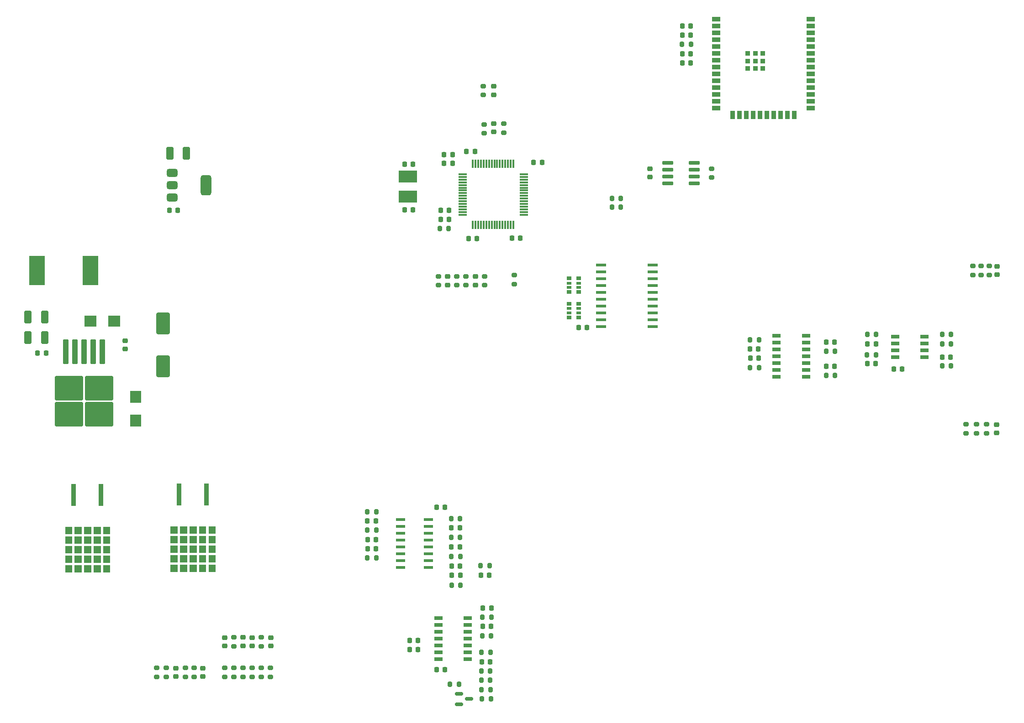
<source format=gtp>
G04 #@! TF.GenerationSoftware,KiCad,Pcbnew,8.0.3*
G04 #@! TF.CreationDate,2024-08-06T18:59:45+01:00*
G04 #@! TF.ProjectId,Tesla Small Drive,5465736c-6120-4536-9d61-6c6c20447269,rev?*
G04 #@! TF.SameCoordinates,Original*
G04 #@! TF.FileFunction,Paste,Top*
G04 #@! TF.FilePolarity,Positive*
%FSLAX46Y46*%
G04 Gerber Fmt 4.6, Leading zero omitted, Abs format (unit mm)*
G04 Created by KiCad (PCBNEW 8.0.3) date 2024-08-06 18:59:45*
%MOMM*%
%LPD*%
G01*
G04 APERTURE LIST*
G04 Aperture macros list*
%AMRoundRect*
0 Rectangle with rounded corners*
0 $1 Rounding radius*
0 $2 $3 $4 $5 $6 $7 $8 $9 X,Y pos of 4 corners*
0 Add a 4 corners polygon primitive as box body*
4,1,4,$2,$3,$4,$5,$6,$7,$8,$9,$2,$3,0*
0 Add four circle primitives for the rounded corners*
1,1,$1+$1,$2,$3*
1,1,$1+$1,$4,$5*
1,1,$1+$1,$6,$7*
1,1,$1+$1,$8,$9*
0 Add four rect primitives between the rounded corners*
20,1,$1+$1,$2,$3,$4,$5,0*
20,1,$1+$1,$4,$5,$6,$7,0*
20,1,$1+$1,$6,$7,$8,$9,0*
20,1,$1+$1,$8,$9,$2,$3,0*%
G04 Aperture macros list end*
%ADD10C,0.010000*%
%ADD11RoundRect,0.225000X0.225000X0.250000X-0.225000X0.250000X-0.225000X-0.250000X0.225000X-0.250000X0*%
%ADD12R,0.940000X4.070000*%
%ADD13RoundRect,0.200000X-0.275000X0.200000X-0.275000X-0.200000X0.275000X-0.200000X0.275000X0.200000X0*%
%ADD14RoundRect,0.200000X0.275000X-0.200000X0.275000X0.200000X-0.275000X0.200000X-0.275000X-0.200000X0*%
%ADD15RoundRect,0.200000X-0.200000X-0.275000X0.200000X-0.275000X0.200000X0.275000X-0.200000X0.275000X0*%
%ADD16RoundRect,0.225000X-0.225000X-0.250000X0.225000X-0.250000X0.225000X0.250000X-0.225000X0.250000X0*%
%ADD17RoundRect,0.225000X0.250000X-0.225000X0.250000X0.225000X-0.250000X0.225000X-0.250000X-0.225000X0*%
%ADD18RoundRect,0.200000X0.200000X0.275000X-0.200000X0.275000X-0.200000X-0.275000X0.200000X-0.275000X0*%
%ADD19RoundRect,0.150000X-0.587500X-0.150000X0.587500X-0.150000X0.587500X0.150000X-0.587500X0.150000X0*%
%ADD20RoundRect,0.225000X-0.250000X0.225000X-0.250000X-0.225000X0.250000X-0.225000X0.250000X0.225000X0*%
%ADD21R,1.550000X0.700000*%
%ADD22RoundRect,0.060000X0.890000X0.180000X-0.890000X0.180000X-0.890000X-0.180000X0.890000X-0.180000X0*%
%ADD23RoundRect,0.250000X-0.300000X2.050000X-0.300000X-2.050000X0.300000X-2.050000X0.300000X2.050000X0*%
%ADD24RoundRect,0.250000X-2.375000X2.025000X-2.375000X-2.025000X2.375000X-2.025000X2.375000X2.025000X0*%
%ADD25R,1.528000X0.650000*%
%ADD26RoundRect,0.250000X0.412500X0.925000X-0.412500X0.925000X-0.412500X-0.925000X0.412500X-0.925000X0*%
%ADD27RoundRect,0.075000X-0.910000X-0.225000X0.910000X-0.225000X0.910000X0.225000X-0.910000X0.225000X0*%
%ADD28R,2.900000X5.400000*%
%ADD29RoundRect,0.073750X-0.801250X-0.221250X0.801250X-0.221250X0.801250X0.221250X-0.801250X0.221250X0*%
%ADD30R,3.400000X2.250000*%
%ADD31R,2.200000X2.150000*%
%ADD32R,1.500000X0.900000*%
%ADD33R,0.900000X1.500000*%
%ADD34R,0.900000X0.900000*%
%ADD35RoundRect,0.218750X0.256250X-0.218750X0.256250X0.218750X-0.256250X0.218750X-0.256250X-0.218750X0*%
%ADD36RoundRect,0.375000X-0.625000X-0.375000X0.625000X-0.375000X0.625000X0.375000X-0.625000X0.375000X0*%
%ADD37RoundRect,0.500000X-0.500000X-1.400000X0.500000X-1.400000X0.500000X1.400000X-0.500000X1.400000X0*%
%ADD38R,0.940000X0.680000*%
%ADD39R,0.940000X0.530000*%
%ADD40RoundRect,0.250000X1.000000X-1.750000X1.000000X1.750000X-1.000000X1.750000X-1.000000X-1.750000X0*%
%ADD41RoundRect,0.075000X-0.700000X-0.075000X0.700000X-0.075000X0.700000X0.075000X-0.700000X0.075000X0*%
%ADD42RoundRect,0.075000X-0.075000X-0.700000X0.075000X-0.700000X0.075000X0.700000X-0.075000X0.700000X0*%
%ADD43RoundRect,0.218750X-0.218750X-0.256250X0.218750X-0.256250X0.218750X0.256250X-0.218750X0.256250X0*%
%ADD44R,2.150000X2.200000*%
G04 APERTURE END LIST*
D10*
G04 #@! TO.C,U5*
X60660000Y-135945000D02*
X59420000Y-135945000D01*
X59420000Y-134675000D01*
X60660000Y-134675000D01*
X60660000Y-135945000D01*
G36*
X60660000Y-135945000D02*
G01*
X59420000Y-135945000D01*
X59420000Y-134675000D01*
X60660000Y-134675000D01*
X60660000Y-135945000D01*
G37*
X60660000Y-137735000D02*
X59420000Y-137735000D01*
X59420000Y-136465000D01*
X60660000Y-136465000D01*
X60660000Y-137735000D01*
G36*
X60660000Y-137735000D02*
G01*
X59420000Y-137735000D01*
X59420000Y-136465000D01*
X60660000Y-136465000D01*
X60660000Y-137735000D01*
G37*
X60660000Y-139525000D02*
X59420000Y-139525000D01*
X59420000Y-138255000D01*
X60660000Y-138255000D01*
X60660000Y-139525000D01*
G36*
X60660000Y-139525000D02*
G01*
X59420000Y-139525000D01*
X59420000Y-138255000D01*
X60660000Y-138255000D01*
X60660000Y-139525000D01*
G37*
X60660000Y-141315000D02*
X59420000Y-141315000D01*
X59420000Y-140045000D01*
X60660000Y-140045000D01*
X60660000Y-141315000D01*
G36*
X60660000Y-141315000D02*
G01*
X59420000Y-141315000D01*
X59420000Y-140045000D01*
X60660000Y-140045000D01*
X60660000Y-141315000D01*
G37*
X60660000Y-143105000D02*
X59420000Y-143105000D01*
X59420000Y-141835000D01*
X60660000Y-141835000D01*
X60660000Y-143105000D01*
G36*
X60660000Y-143105000D02*
G01*
X59420000Y-143105000D01*
X59420000Y-141835000D01*
X60660000Y-141835000D01*
X60660000Y-143105000D01*
G37*
X62420000Y-135945000D02*
X61180000Y-135945000D01*
X61180000Y-134675000D01*
X62420000Y-134675000D01*
X62420000Y-135945000D01*
G36*
X62420000Y-135945000D02*
G01*
X61180000Y-135945000D01*
X61180000Y-134675000D01*
X62420000Y-134675000D01*
X62420000Y-135945000D01*
G37*
X62420000Y-137735000D02*
X61180000Y-137735000D01*
X61180000Y-136465000D01*
X62420000Y-136465000D01*
X62420000Y-137735000D01*
G36*
X62420000Y-137735000D02*
G01*
X61180000Y-137735000D01*
X61180000Y-136465000D01*
X62420000Y-136465000D01*
X62420000Y-137735000D01*
G37*
X62420000Y-139525000D02*
X61180000Y-139525000D01*
X61180000Y-138255000D01*
X62420000Y-138255000D01*
X62420000Y-139525000D01*
G36*
X62420000Y-139525000D02*
G01*
X61180000Y-139525000D01*
X61180000Y-138255000D01*
X62420000Y-138255000D01*
X62420000Y-139525000D01*
G37*
X62420000Y-141315000D02*
X61180000Y-141315000D01*
X61180000Y-140045000D01*
X62420000Y-140045000D01*
X62420000Y-141315000D01*
G36*
X62420000Y-141315000D02*
G01*
X61180000Y-141315000D01*
X61180000Y-140045000D01*
X62420000Y-140045000D01*
X62420000Y-141315000D01*
G37*
X62420000Y-143105000D02*
X61180000Y-143105000D01*
X61180000Y-141835000D01*
X62420000Y-141835000D01*
X62420000Y-143105000D01*
G36*
X62420000Y-143105000D02*
G01*
X61180000Y-143105000D01*
X61180000Y-141835000D01*
X62420000Y-141835000D01*
X62420000Y-143105000D01*
G37*
X64180000Y-135945000D02*
X62940000Y-135945000D01*
X62940000Y-134675000D01*
X64180000Y-134675000D01*
X64180000Y-135945000D01*
G36*
X64180000Y-135945000D02*
G01*
X62940000Y-135945000D01*
X62940000Y-134675000D01*
X64180000Y-134675000D01*
X64180000Y-135945000D01*
G37*
X64180000Y-137735000D02*
X62940000Y-137735000D01*
X62940000Y-136465000D01*
X64180000Y-136465000D01*
X64180000Y-137735000D01*
G36*
X64180000Y-137735000D02*
G01*
X62940000Y-137735000D01*
X62940000Y-136465000D01*
X64180000Y-136465000D01*
X64180000Y-137735000D01*
G37*
X64180000Y-139525000D02*
X62940000Y-139525000D01*
X62940000Y-138255000D01*
X64180000Y-138255000D01*
X64180000Y-139525000D01*
G36*
X64180000Y-139525000D02*
G01*
X62940000Y-139525000D01*
X62940000Y-138255000D01*
X64180000Y-138255000D01*
X64180000Y-139525000D01*
G37*
X64180000Y-141315000D02*
X62940000Y-141315000D01*
X62940000Y-140045000D01*
X64180000Y-140045000D01*
X64180000Y-141315000D01*
G36*
X64180000Y-141315000D02*
G01*
X62940000Y-141315000D01*
X62940000Y-140045000D01*
X64180000Y-140045000D01*
X64180000Y-141315000D01*
G37*
X64180000Y-143105000D02*
X62940000Y-143105000D01*
X62940000Y-141835000D01*
X64180000Y-141835000D01*
X64180000Y-143105000D01*
G36*
X64180000Y-143105000D02*
G01*
X62940000Y-143105000D01*
X62940000Y-141835000D01*
X64180000Y-141835000D01*
X64180000Y-143105000D01*
G37*
X65940000Y-135945000D02*
X64700000Y-135945000D01*
X64700000Y-134675000D01*
X65940000Y-134675000D01*
X65940000Y-135945000D01*
G36*
X65940000Y-135945000D02*
G01*
X64700000Y-135945000D01*
X64700000Y-134675000D01*
X65940000Y-134675000D01*
X65940000Y-135945000D01*
G37*
X65940000Y-137735000D02*
X64700000Y-137735000D01*
X64700000Y-136465000D01*
X65940000Y-136465000D01*
X65940000Y-137735000D01*
G36*
X65940000Y-137735000D02*
G01*
X64700000Y-137735000D01*
X64700000Y-136465000D01*
X65940000Y-136465000D01*
X65940000Y-137735000D01*
G37*
X65940000Y-139525000D02*
X64700000Y-139525000D01*
X64700000Y-138255000D01*
X65940000Y-138255000D01*
X65940000Y-139525000D01*
G36*
X65940000Y-139525000D02*
G01*
X64700000Y-139525000D01*
X64700000Y-138255000D01*
X65940000Y-138255000D01*
X65940000Y-139525000D01*
G37*
X65940000Y-141315000D02*
X64700000Y-141315000D01*
X64700000Y-140045000D01*
X65940000Y-140045000D01*
X65940000Y-141315000D01*
G36*
X65940000Y-141315000D02*
G01*
X64700000Y-141315000D01*
X64700000Y-140045000D01*
X65940000Y-140045000D01*
X65940000Y-141315000D01*
G37*
X65940000Y-143105000D02*
X64700000Y-143105000D01*
X64700000Y-141835000D01*
X65940000Y-141835000D01*
X65940000Y-143105000D01*
G36*
X65940000Y-143105000D02*
G01*
X64700000Y-143105000D01*
X64700000Y-141835000D01*
X65940000Y-141835000D01*
X65940000Y-143105000D01*
G37*
X67700000Y-135945000D02*
X66460000Y-135945000D01*
X66460000Y-134675000D01*
X67700000Y-134675000D01*
X67700000Y-135945000D01*
G36*
X67700000Y-135945000D02*
G01*
X66460000Y-135945000D01*
X66460000Y-134675000D01*
X67700000Y-134675000D01*
X67700000Y-135945000D01*
G37*
X67700000Y-137735000D02*
X66460000Y-137735000D01*
X66460000Y-136465000D01*
X67700000Y-136465000D01*
X67700000Y-137735000D01*
G36*
X67700000Y-137735000D02*
G01*
X66460000Y-137735000D01*
X66460000Y-136465000D01*
X67700000Y-136465000D01*
X67700000Y-137735000D01*
G37*
X67700000Y-139525000D02*
X66460000Y-139525000D01*
X66460000Y-138255000D01*
X67700000Y-138255000D01*
X67700000Y-139525000D01*
G36*
X67700000Y-139525000D02*
G01*
X66460000Y-139525000D01*
X66460000Y-138255000D01*
X67700000Y-138255000D01*
X67700000Y-139525000D01*
G37*
X67700000Y-141315000D02*
X66460000Y-141315000D01*
X66460000Y-140045000D01*
X67700000Y-140045000D01*
X67700000Y-141315000D01*
G36*
X67700000Y-141315000D02*
G01*
X66460000Y-141315000D01*
X66460000Y-140045000D01*
X67700000Y-140045000D01*
X67700000Y-141315000D01*
G37*
X67700000Y-143105000D02*
X66460000Y-143105000D01*
X66460000Y-141835000D01*
X67700000Y-141835000D01*
X67700000Y-143105000D01*
G36*
X67700000Y-143105000D02*
G01*
X66460000Y-143105000D01*
X66460000Y-141835000D01*
X67700000Y-141835000D01*
X67700000Y-143105000D01*
G37*
G04 #@! TO.C,U6*
X80200000Y-135855000D02*
X78960000Y-135855000D01*
X78960000Y-134585000D01*
X80200000Y-134585000D01*
X80200000Y-135855000D01*
G36*
X80200000Y-135855000D02*
G01*
X78960000Y-135855000D01*
X78960000Y-134585000D01*
X80200000Y-134585000D01*
X80200000Y-135855000D01*
G37*
X80200000Y-137645000D02*
X78960000Y-137645000D01*
X78960000Y-136375000D01*
X80200000Y-136375000D01*
X80200000Y-137645000D01*
G36*
X80200000Y-137645000D02*
G01*
X78960000Y-137645000D01*
X78960000Y-136375000D01*
X80200000Y-136375000D01*
X80200000Y-137645000D01*
G37*
X80200000Y-139435000D02*
X78960000Y-139435000D01*
X78960000Y-138165000D01*
X80200000Y-138165000D01*
X80200000Y-139435000D01*
G36*
X80200000Y-139435000D02*
G01*
X78960000Y-139435000D01*
X78960000Y-138165000D01*
X80200000Y-138165000D01*
X80200000Y-139435000D01*
G37*
X80200000Y-141225000D02*
X78960000Y-141225000D01*
X78960000Y-139955000D01*
X80200000Y-139955000D01*
X80200000Y-141225000D01*
G36*
X80200000Y-141225000D02*
G01*
X78960000Y-141225000D01*
X78960000Y-139955000D01*
X80200000Y-139955000D01*
X80200000Y-141225000D01*
G37*
X80200000Y-143015000D02*
X78960000Y-143015000D01*
X78960000Y-141745000D01*
X80200000Y-141745000D01*
X80200000Y-143015000D01*
G36*
X80200000Y-143015000D02*
G01*
X78960000Y-143015000D01*
X78960000Y-141745000D01*
X80200000Y-141745000D01*
X80200000Y-143015000D01*
G37*
X81960000Y-135855000D02*
X80720000Y-135855000D01*
X80720000Y-134585000D01*
X81960000Y-134585000D01*
X81960000Y-135855000D01*
G36*
X81960000Y-135855000D02*
G01*
X80720000Y-135855000D01*
X80720000Y-134585000D01*
X81960000Y-134585000D01*
X81960000Y-135855000D01*
G37*
X81960000Y-137645000D02*
X80720000Y-137645000D01*
X80720000Y-136375000D01*
X81960000Y-136375000D01*
X81960000Y-137645000D01*
G36*
X81960000Y-137645000D02*
G01*
X80720000Y-137645000D01*
X80720000Y-136375000D01*
X81960000Y-136375000D01*
X81960000Y-137645000D01*
G37*
X81960000Y-139435000D02*
X80720000Y-139435000D01*
X80720000Y-138165000D01*
X81960000Y-138165000D01*
X81960000Y-139435000D01*
G36*
X81960000Y-139435000D02*
G01*
X80720000Y-139435000D01*
X80720000Y-138165000D01*
X81960000Y-138165000D01*
X81960000Y-139435000D01*
G37*
X81960000Y-141225000D02*
X80720000Y-141225000D01*
X80720000Y-139955000D01*
X81960000Y-139955000D01*
X81960000Y-141225000D01*
G36*
X81960000Y-141225000D02*
G01*
X80720000Y-141225000D01*
X80720000Y-139955000D01*
X81960000Y-139955000D01*
X81960000Y-141225000D01*
G37*
X81960000Y-143015000D02*
X80720000Y-143015000D01*
X80720000Y-141745000D01*
X81960000Y-141745000D01*
X81960000Y-143015000D01*
G36*
X81960000Y-143015000D02*
G01*
X80720000Y-143015000D01*
X80720000Y-141745000D01*
X81960000Y-141745000D01*
X81960000Y-143015000D01*
G37*
X83720000Y-135855000D02*
X82480000Y-135855000D01*
X82480000Y-134585000D01*
X83720000Y-134585000D01*
X83720000Y-135855000D01*
G36*
X83720000Y-135855000D02*
G01*
X82480000Y-135855000D01*
X82480000Y-134585000D01*
X83720000Y-134585000D01*
X83720000Y-135855000D01*
G37*
X83720000Y-137645000D02*
X82480000Y-137645000D01*
X82480000Y-136375000D01*
X83720000Y-136375000D01*
X83720000Y-137645000D01*
G36*
X83720000Y-137645000D02*
G01*
X82480000Y-137645000D01*
X82480000Y-136375000D01*
X83720000Y-136375000D01*
X83720000Y-137645000D01*
G37*
X83720000Y-139435000D02*
X82480000Y-139435000D01*
X82480000Y-138165000D01*
X83720000Y-138165000D01*
X83720000Y-139435000D01*
G36*
X83720000Y-139435000D02*
G01*
X82480000Y-139435000D01*
X82480000Y-138165000D01*
X83720000Y-138165000D01*
X83720000Y-139435000D01*
G37*
X83720000Y-141225000D02*
X82480000Y-141225000D01*
X82480000Y-139955000D01*
X83720000Y-139955000D01*
X83720000Y-141225000D01*
G36*
X83720000Y-141225000D02*
G01*
X82480000Y-141225000D01*
X82480000Y-139955000D01*
X83720000Y-139955000D01*
X83720000Y-141225000D01*
G37*
X83720000Y-143015000D02*
X82480000Y-143015000D01*
X82480000Y-141745000D01*
X83720000Y-141745000D01*
X83720000Y-143015000D01*
G36*
X83720000Y-143015000D02*
G01*
X82480000Y-143015000D01*
X82480000Y-141745000D01*
X83720000Y-141745000D01*
X83720000Y-143015000D01*
G37*
X85480000Y-135855000D02*
X84240000Y-135855000D01*
X84240000Y-134585000D01*
X85480000Y-134585000D01*
X85480000Y-135855000D01*
G36*
X85480000Y-135855000D02*
G01*
X84240000Y-135855000D01*
X84240000Y-134585000D01*
X85480000Y-134585000D01*
X85480000Y-135855000D01*
G37*
X85480000Y-137645000D02*
X84240000Y-137645000D01*
X84240000Y-136375000D01*
X85480000Y-136375000D01*
X85480000Y-137645000D01*
G36*
X85480000Y-137645000D02*
G01*
X84240000Y-137645000D01*
X84240000Y-136375000D01*
X85480000Y-136375000D01*
X85480000Y-137645000D01*
G37*
X85480000Y-139435000D02*
X84240000Y-139435000D01*
X84240000Y-138165000D01*
X85480000Y-138165000D01*
X85480000Y-139435000D01*
G36*
X85480000Y-139435000D02*
G01*
X84240000Y-139435000D01*
X84240000Y-138165000D01*
X85480000Y-138165000D01*
X85480000Y-139435000D01*
G37*
X85480000Y-141225000D02*
X84240000Y-141225000D01*
X84240000Y-139955000D01*
X85480000Y-139955000D01*
X85480000Y-141225000D01*
G36*
X85480000Y-141225000D02*
G01*
X84240000Y-141225000D01*
X84240000Y-139955000D01*
X85480000Y-139955000D01*
X85480000Y-141225000D01*
G37*
X85480000Y-143015000D02*
X84240000Y-143015000D01*
X84240000Y-141745000D01*
X85480000Y-141745000D01*
X85480000Y-143015000D01*
G36*
X85480000Y-143015000D02*
G01*
X84240000Y-143015000D01*
X84240000Y-141745000D01*
X85480000Y-141745000D01*
X85480000Y-143015000D01*
G37*
X87240000Y-135855000D02*
X86000000Y-135855000D01*
X86000000Y-134585000D01*
X87240000Y-134585000D01*
X87240000Y-135855000D01*
G36*
X87240000Y-135855000D02*
G01*
X86000000Y-135855000D01*
X86000000Y-134585000D01*
X87240000Y-134585000D01*
X87240000Y-135855000D01*
G37*
X87240000Y-137645000D02*
X86000000Y-137645000D01*
X86000000Y-136375000D01*
X87240000Y-136375000D01*
X87240000Y-137645000D01*
G36*
X87240000Y-137645000D02*
G01*
X86000000Y-137645000D01*
X86000000Y-136375000D01*
X87240000Y-136375000D01*
X87240000Y-137645000D01*
G37*
X87240000Y-139435000D02*
X86000000Y-139435000D01*
X86000000Y-138165000D01*
X87240000Y-138165000D01*
X87240000Y-139435000D01*
G36*
X87240000Y-139435000D02*
G01*
X86000000Y-139435000D01*
X86000000Y-138165000D01*
X87240000Y-138165000D01*
X87240000Y-139435000D01*
G37*
X87240000Y-141225000D02*
X86000000Y-141225000D01*
X86000000Y-139955000D01*
X87240000Y-139955000D01*
X87240000Y-141225000D01*
G36*
X87240000Y-141225000D02*
G01*
X86000000Y-141225000D01*
X86000000Y-139955000D01*
X87240000Y-139955000D01*
X87240000Y-141225000D01*
G37*
X87240000Y-143015000D02*
X86000000Y-143015000D01*
X86000000Y-141745000D01*
X87240000Y-141745000D01*
X87240000Y-143015000D01*
G36*
X87240000Y-143015000D02*
G01*
X86000000Y-143015000D01*
X86000000Y-141745000D01*
X87240000Y-141745000D01*
X87240000Y-143015000D01*
G37*
G04 #@! TD*
D11*
G04 #@! TO.C,C50*
X175375000Y-48550000D03*
X173825000Y-48550000D03*
G04 #@! TD*
D12*
G04 #@! TO.C,U5*
X66100000Y-128800000D03*
X61020000Y-128800000D03*
G04 #@! TD*
D13*
G04 #@! TO.C,R55*
X83300000Y-160875000D03*
X83300000Y-162525000D03*
G04 #@! TD*
D11*
G04 #@! TO.C,C29*
X124855000Y-157480000D03*
X123305000Y-157480000D03*
G04 #@! TD*
D14*
G04 #@! TO.C,R39*
X227700000Y-87925000D03*
X227700000Y-86275000D03*
G04 #@! TD*
D11*
G04 #@! TO.C,C16*
X147825000Y-67050000D03*
X146275000Y-67050000D03*
G04 #@! TD*
D13*
G04 #@! TO.C,R41*
X230700000Y-86275000D03*
X230700000Y-87925000D03*
G04 #@! TD*
D15*
G04 #@! TO.C,R23*
X136705000Y-166640000D03*
X138355000Y-166640000D03*
G04 #@! TD*
G04 #@! TO.C,R44*
X221975000Y-99000000D03*
X223625000Y-99000000D03*
G04 #@! TD*
G04 #@! TO.C,R51*
X173775000Y-45150000D03*
X175425000Y-45150000D03*
G04 #@! TD*
D16*
G04 #@! TO.C,C9*
X122325000Y-67350000D03*
X123875000Y-67350000D03*
G04 #@! TD*
D17*
G04 #@! TO.C,C42*
X167830000Y-69775000D03*
X167830000Y-68225000D03*
G04 #@! TD*
D16*
G04 #@! TO.C,C15*
X134225000Y-81200000D03*
X135775000Y-81200000D03*
G04 #@! TD*
D13*
G04 #@! TO.C,R50*
X226453334Y-115678334D03*
X226453334Y-117328334D03*
G04 #@! TD*
D14*
G04 #@! TO.C,R56*
X137150000Y-89850000D03*
X137150000Y-88200000D03*
G04 #@! TD*
D16*
G04 #@! TO.C,C39*
X131075000Y-141950000D03*
X132625000Y-141950000D03*
G04 #@! TD*
D18*
G04 #@! TO.C,R43*
X223625000Y-104800000D03*
X221975000Y-104800000D03*
G04 #@! TD*
D19*
G04 #@! TO.C,Q1*
X132412500Y-165700000D03*
X132412500Y-167600000D03*
X134287500Y-166650000D03*
G04 #@! TD*
D14*
G04 #@! TO.C,R13*
X89000000Y-162525000D03*
X89000000Y-160875000D03*
G04 #@! TD*
D15*
G04 #@! TO.C,R22*
X130755000Y-163930000D03*
X132405000Y-163930000D03*
G04 #@! TD*
D20*
G04 #@! TO.C,C43*
X232200000Y-86325000D03*
X232200000Y-87875000D03*
G04 #@! TD*
D11*
G04 #@! TO.C,C53*
X175375000Y-43450000D03*
X173825000Y-43450000D03*
G04 #@! TD*
D18*
G04 #@! TO.C,R37*
X132625000Y-133150000D03*
X130975000Y-133150000D03*
G04 #@! TD*
D16*
G04 #@! TO.C,C30*
X136805000Y-153180000D03*
X138355000Y-153180000D03*
G04 #@! TD*
D14*
G04 #@! TO.C,R9*
X94100000Y-162525000D03*
X94100000Y-160875000D03*
G04 #@! TD*
D11*
G04 #@! TO.C,C28*
X124855000Y-155780000D03*
X123305000Y-155780000D03*
G04 #@! TD*
G04 #@! TO.C,C37*
X117010000Y-133580000D03*
X115460000Y-133580000D03*
G04 #@! TD*
D21*
G04 #@! TO.C,IC1*
X191300000Y-99200000D03*
X191300000Y-100470000D03*
X191300000Y-101740000D03*
X191300000Y-103010000D03*
X191300000Y-104280000D03*
X191300000Y-105550000D03*
X191300000Y-106820000D03*
X196750000Y-106820000D03*
X196750000Y-105550000D03*
X196750000Y-104280000D03*
X196750000Y-103010000D03*
X196750000Y-101740000D03*
X196750000Y-100470000D03*
X196750000Y-99200000D03*
G04 #@! TD*
D18*
G04 #@! TO.C,R35*
X132675000Y-140200000D03*
X131025000Y-140200000D03*
G04 #@! TD*
D22*
G04 #@! TO.C,IC3*
X168302500Y-97515000D03*
X168302500Y-96245000D03*
X168302500Y-94975000D03*
X168302500Y-93705000D03*
X168302500Y-92435000D03*
X168302500Y-91165000D03*
X168302500Y-89895000D03*
X168302500Y-88625000D03*
X168302500Y-87355000D03*
X168302500Y-86085000D03*
X158772500Y-86085000D03*
X158772500Y-87355000D03*
X158772500Y-88625000D03*
X158772500Y-89895000D03*
X158772500Y-91165000D03*
X158772500Y-92435000D03*
X158772500Y-93705000D03*
X158772500Y-94975000D03*
X158772500Y-96245000D03*
X158772500Y-97515000D03*
G04 #@! TD*
D23*
G04 #@! TO.C,U1*
X66310000Y-102190000D03*
X64610000Y-102190000D03*
X62910000Y-102190000D03*
X61210000Y-102190000D03*
X59510000Y-102190000D03*
D24*
X65685000Y-108915000D03*
X60135000Y-108915000D03*
X65685000Y-113765000D03*
X60135000Y-113765000D03*
G04 #@! TD*
D25*
G04 #@! TO.C,IC5*
X218711000Y-103205000D03*
X218711000Y-101935000D03*
X218711000Y-100665000D03*
X218711000Y-99395000D03*
X213289000Y-99395000D03*
X213289000Y-100665000D03*
X213289000Y-101935000D03*
X213289000Y-103205000D03*
G04 #@! TD*
D16*
G04 #@! TO.C,C10*
X122325000Y-75850000D03*
X123875000Y-75850000D03*
G04 #@! TD*
D18*
G04 #@! TO.C,R16*
X138100000Y-141900000D03*
X136450000Y-141900000D03*
G04 #@! TD*
D14*
G04 #@! TO.C,R7*
X140700000Y-61525000D03*
X140700000Y-59875000D03*
G04 #@! TD*
D13*
G04 #@! TO.C,R8*
X136900000Y-52875000D03*
X136900000Y-54525000D03*
G04 #@! TD*
D20*
G04 #@! TO.C,C22*
X130350000Y-88225000D03*
X130350000Y-89775000D03*
G04 #@! TD*
D17*
G04 #@! TO.C,C49*
X232103334Y-117245000D03*
X232103334Y-115695000D03*
G04 #@! TD*
D13*
G04 #@! TO.C,R57*
X133750000Y-88200000D03*
X133750000Y-89850000D03*
G04 #@! TD*
D26*
G04 #@! TO.C,C3*
X55607500Y-95770000D03*
X52532500Y-95770000D03*
G04 #@! TD*
D15*
G04 #@! TO.C,R32*
X115460000Y-140455000D03*
X117110000Y-140455000D03*
G04 #@! TD*
D13*
G04 #@! TO.C,R12*
X78165000Y-160870000D03*
X78165000Y-162520000D03*
G04 #@! TD*
D27*
G04 #@! TO.C,IC10*
X171130000Y-67095000D03*
X171130000Y-68365000D03*
X171130000Y-69635000D03*
X171130000Y-70905000D03*
X176070000Y-70905000D03*
X176070000Y-69635000D03*
X176070000Y-68365000D03*
X176070000Y-67095000D03*
G04 #@! TD*
D17*
G04 #@! TO.C,C24*
X92420000Y-156770000D03*
X92420000Y-155220000D03*
G04 #@! TD*
D14*
G04 #@! TO.C,R49*
X228336667Y-117295000D03*
X228336667Y-115645000D03*
G04 #@! TD*
D17*
G04 #@! TO.C,C4*
X70590000Y-101655000D03*
X70590000Y-100105000D03*
G04 #@! TD*
D14*
G04 #@! TO.C,R18*
X132050000Y-89825000D03*
X132050000Y-88175000D03*
G04 #@! TD*
D28*
G04 #@! TO.C,L1*
X64100000Y-87100000D03*
X54200000Y-87100000D03*
G04 #@! TD*
D11*
G04 #@! TO.C,C40*
X132575000Y-138400000D03*
X131025000Y-138400000D03*
G04 #@! TD*
D16*
G04 #@! TO.C,C17*
X142225000Y-81100000D03*
X143775000Y-81100000D03*
G04 #@! TD*
D13*
G04 #@! TO.C,R17*
X97500000Y-160875000D03*
X97500000Y-162525000D03*
G04 #@! TD*
D16*
G04 #@! TO.C,C8*
X129675000Y-65600000D03*
X131225000Y-65600000D03*
G04 #@! TD*
D13*
G04 #@! TO.C,R19*
X90700000Y-160875000D03*
X90700000Y-162525000D03*
G04 #@! TD*
D29*
G04 #@! TO.C,IC4*
X121565000Y-133310000D03*
X121565000Y-134580000D03*
X121565000Y-135850000D03*
X121565000Y-137120000D03*
X121565000Y-138390000D03*
X121565000Y-139660000D03*
X121565000Y-140930000D03*
X121565000Y-142200000D03*
X126735000Y-142200000D03*
X126735000Y-140930000D03*
X126735000Y-139660000D03*
X126735000Y-138390000D03*
X126735000Y-137120000D03*
X126735000Y-135850000D03*
X126735000Y-134580000D03*
X126735000Y-133310000D03*
G04 #@! TD*
D18*
G04 #@! TO.C,R31*
X138435000Y-151440000D03*
X136785000Y-151440000D03*
G04 #@! TD*
G04 #@! TO.C,R15*
X132725000Y-145500000D03*
X131075000Y-145500000D03*
G04 #@! TD*
D21*
G04 #@! TO.C,IC2*
X134075000Y-159207500D03*
X134075000Y-157937500D03*
X134075000Y-156667500D03*
X134075000Y-155397500D03*
X134075000Y-154127500D03*
X134075000Y-152857500D03*
X134075000Y-151587500D03*
X128625000Y-151587500D03*
X128625000Y-152857500D03*
X128625000Y-154127500D03*
X128625000Y-155397500D03*
X128625000Y-156667500D03*
X128625000Y-157937500D03*
X128625000Y-159207500D03*
G04 #@! TD*
D14*
G04 #@! TO.C,R20*
X95793750Y-162531250D03*
X95793750Y-160881250D03*
G04 #@! TD*
D15*
G04 #@! TO.C,R24*
X186375000Y-105100000D03*
X188025000Y-105100000D03*
G04 #@! TD*
D16*
G04 #@! TO.C,C12*
X129675000Y-67250000D03*
X131225000Y-67250000D03*
G04 #@! TD*
D17*
G04 #@! TO.C,C19*
X89020000Y-156795000D03*
X89020000Y-155245000D03*
G04 #@! TD*
D18*
G04 #@! TO.C,R28*
X138275000Y-157960000D03*
X136625000Y-157960000D03*
G04 #@! TD*
D16*
G04 #@! TO.C,C26*
X200525000Y-100400000D03*
X202075000Y-100400000D03*
G04 #@! TD*
G04 #@! TO.C,C20*
X131125000Y-143700000D03*
X132675000Y-143700000D03*
G04 #@! TD*
D20*
G04 #@! TO.C,C18*
X79915000Y-160945000D03*
X79915000Y-162495000D03*
G04 #@! TD*
D13*
G04 #@! TO.C,R38*
X179255000Y-68210000D03*
X179255000Y-69860000D03*
G04 #@! TD*
D30*
G04 #@! TO.C,Y1*
X122950000Y-69700000D03*
X122950000Y-73400000D03*
G04 #@! TD*
D18*
G04 #@! TO.C,R30*
X138225000Y-161420000D03*
X136575000Y-161420000D03*
G04 #@! TD*
G04 #@! TO.C,R2*
X130525000Y-79300000D03*
X128875000Y-79300000D03*
G04 #@! TD*
D16*
G04 #@! TO.C,C31*
X136635000Y-159720000D03*
X138185000Y-159720000D03*
G04 #@! TD*
D13*
G04 #@! TO.C,R4*
X142700000Y-87975000D03*
X142700000Y-89625000D03*
G04 #@! TD*
D18*
G04 #@! TO.C,R52*
X138235000Y-163140000D03*
X136585000Y-163140000D03*
G04 #@! TD*
D11*
G04 #@! TO.C,C27*
X187925000Y-101700000D03*
X186375000Y-101700000D03*
G04 #@! TD*
D31*
G04 #@! TO.C,D2*
X68543250Y-96500000D03*
X64143250Y-96500000D03*
G04 #@! TD*
D32*
G04 #@! TO.C,U4*
X180100000Y-40490000D03*
X180100000Y-41760000D03*
X180100000Y-43030000D03*
X180100000Y-44300000D03*
X180100000Y-45570000D03*
X180100000Y-46840000D03*
X180100000Y-48110000D03*
X180100000Y-49380000D03*
X180100000Y-50650000D03*
X180100000Y-51920000D03*
X180100000Y-53190000D03*
X180100000Y-54460000D03*
X180100000Y-55730000D03*
X180100000Y-57000000D03*
D33*
X183140000Y-58250000D03*
X184410000Y-58250000D03*
X185680000Y-58250000D03*
X186950000Y-58250000D03*
X188220000Y-58250000D03*
X189490000Y-58250000D03*
X190760000Y-58250000D03*
X192030000Y-58250000D03*
X193300000Y-58250000D03*
X194570000Y-58250000D03*
D32*
X197600000Y-57000000D03*
X197600000Y-55730000D03*
X197600000Y-54460000D03*
X197600000Y-53190000D03*
X197600000Y-51920000D03*
X197600000Y-50650000D03*
X197600000Y-49380000D03*
X197600000Y-48110000D03*
X197600000Y-46840000D03*
X197600000Y-45570000D03*
X197600000Y-44300000D03*
X197600000Y-43030000D03*
X197600000Y-41760000D03*
X197600000Y-40490000D03*
D34*
X185950000Y-46810000D03*
X185950000Y-48210000D03*
X185950000Y-49610000D03*
X187350000Y-46810000D03*
X187350000Y-48210000D03*
X187350000Y-49610000D03*
X188750000Y-46810000D03*
X188750000Y-48210000D03*
X188750000Y-49610000D03*
G04 #@! TD*
D18*
G04 #@! TO.C,R5*
X162425000Y-75300000D03*
X160775000Y-75300000D03*
G04 #@! TD*
D12*
G04 #@! TO.C,U6*
X85640000Y-128710000D03*
X80560000Y-128710000D03*
G04 #@! TD*
D35*
G04 #@! TO.C,D4*
X138900000Y-54487500D03*
X138900000Y-52912500D03*
G04 #@! TD*
D18*
G04 #@! TO.C,R36*
X132625000Y-136650000D03*
X130975000Y-136650000D03*
G04 #@! TD*
G04 #@! TO.C,R25*
X202125000Y-102100000D03*
X200475000Y-102100000D03*
G04 #@! TD*
D15*
G04 #@! TO.C,R33*
X115435000Y-135305000D03*
X117085000Y-135305000D03*
G04 #@! TD*
D16*
G04 #@! TO.C,C48*
X208125000Y-104400000D03*
X209675000Y-104400000D03*
G04 #@! TD*
G04 #@! TO.C,C7*
X78725000Y-75950000D03*
X80275000Y-75950000D03*
G04 #@! TD*
D20*
G04 #@! TO.C,C52*
X135450000Y-88250000D03*
X135450000Y-89800000D03*
G04 #@! TD*
G04 #@! TO.C,C51*
X84975000Y-160925000D03*
X84975000Y-162475000D03*
G04 #@! TD*
D36*
G04 #@! TO.C,U2*
X79250000Y-69000000D03*
X79250000Y-71300000D03*
D37*
X85550000Y-71300000D03*
D36*
X79250000Y-73600000D03*
G04 #@! TD*
D16*
G04 #@! TO.C,C36*
X115510000Y-137030000D03*
X117060000Y-137030000D03*
G04 #@! TD*
D18*
G04 #@! TO.C,R42*
X223625000Y-100700000D03*
X221975000Y-100700000D03*
G04 #@! TD*
D14*
G04 #@! TO.C,R11*
X76365000Y-162520000D03*
X76365000Y-160870000D03*
G04 #@! TD*
D38*
G04 #@! TO.C,R53*
X152810000Y-93275000D03*
D39*
X152810000Y-94150000D03*
X152810000Y-94950000D03*
D38*
X152810000Y-95825000D03*
X154590000Y-95825000D03*
D39*
X154590000Y-94950000D03*
X154590000Y-94150000D03*
D38*
X154590000Y-93275000D03*
G04 #@! TD*
D17*
G04 #@! TO.C,C11*
X94120000Y-156795000D03*
X94120000Y-155245000D03*
G04 #@! TD*
G04 #@! TO.C,C23*
X97520000Y-156795000D03*
X97520000Y-155245000D03*
G04 #@! TD*
D13*
G04 #@! TO.C,R3*
X128650000Y-88175000D03*
X128650000Y-89825000D03*
G04 #@! TD*
D11*
G04 #@! TO.C,C14*
X135375000Y-65050000D03*
X133825000Y-65050000D03*
G04 #@! TD*
D14*
G04 #@! TO.C,R48*
X230220000Y-117295000D03*
X230220000Y-115645000D03*
G04 #@! TD*
G04 #@! TO.C,R10*
X95820000Y-156845000D03*
X95820000Y-155195000D03*
G04 #@! TD*
G04 #@! TO.C,R21*
X92400000Y-162525000D03*
X92400000Y-160875000D03*
G04 #@! TD*
G04 #@! TO.C,R54*
X81700000Y-162525000D03*
X81700000Y-160875000D03*
G04 #@! TD*
D15*
G04 #@! TO.C,R34*
X115435000Y-131855000D03*
X117085000Y-131855000D03*
G04 #@! TD*
D11*
G04 #@! TO.C,C5*
X55875000Y-102400000D03*
X54325000Y-102400000D03*
G04 #@! TD*
G04 #@! TO.C,C41*
X132575000Y-134900000D03*
X131025000Y-134900000D03*
G04 #@! TD*
D13*
G04 #@! TO.C,R40*
X229200000Y-86275000D03*
X229200000Y-87925000D03*
G04 #@! TD*
D16*
G04 #@! TO.C,C33*
X128250000Y-161165000D03*
X129800000Y-161165000D03*
G04 #@! TD*
D18*
G04 #@! TO.C,R27*
X138395000Y-154930000D03*
X136745000Y-154930000D03*
G04 #@! TD*
D16*
G04 #@! TO.C,C32*
X136865000Y-149750000D03*
X138415000Y-149750000D03*
G04 #@! TD*
D40*
G04 #@! TO.C,C1*
X77590000Y-104890000D03*
X77590000Y-96890000D03*
G04 #@! TD*
D16*
G04 #@! TO.C,C38*
X128275000Y-131050000D03*
X129825000Y-131050000D03*
G04 #@! TD*
D18*
G04 #@! TO.C,R47*
X209750000Y-99000000D03*
X208100000Y-99000000D03*
G04 #@! TD*
G04 #@! TO.C,R6*
X162425000Y-73750000D03*
X160775000Y-73750000D03*
G04 #@! TD*
D41*
G04 #@! TO.C,U3*
X133083389Y-69244534D03*
X133083389Y-69744534D03*
X133083389Y-70244534D03*
X133083389Y-70744534D03*
X133083389Y-71244534D03*
X133083389Y-71744534D03*
X133083389Y-72244534D03*
X133083389Y-72744534D03*
X133083389Y-73244534D03*
X133083389Y-73744534D03*
X133083389Y-74244534D03*
X133083389Y-74744534D03*
X133083389Y-75244534D03*
X133083389Y-75744534D03*
X133083389Y-76244534D03*
X133083389Y-76744534D03*
D42*
X135008389Y-78669534D03*
X135508389Y-78669534D03*
X136008389Y-78669534D03*
X136508389Y-78669534D03*
X137008389Y-78669534D03*
X137508389Y-78669534D03*
X138008389Y-78669534D03*
X138508389Y-78669534D03*
X139008389Y-78669534D03*
X139508389Y-78669534D03*
X140008389Y-78669534D03*
X140508389Y-78669534D03*
X141008389Y-78669534D03*
X141508389Y-78669534D03*
X142008389Y-78669534D03*
X142508389Y-78669534D03*
D41*
X144433389Y-76744534D03*
X144433389Y-76244534D03*
X144433389Y-75744534D03*
X144433389Y-75244534D03*
X144433389Y-74744534D03*
X144433389Y-74244534D03*
X144433389Y-73744534D03*
X144433389Y-73244534D03*
X144433389Y-72744534D03*
X144433389Y-72244534D03*
X144433389Y-71744534D03*
X144433389Y-71244534D03*
X144433389Y-70744534D03*
X144433389Y-70244534D03*
X144433389Y-69744534D03*
X144433389Y-69244534D03*
D42*
X142508389Y-67319534D03*
X142008389Y-67319534D03*
X141508389Y-67319534D03*
X141008389Y-67319534D03*
X140508389Y-67319534D03*
X140008389Y-67319534D03*
X139508389Y-67319534D03*
X139008389Y-67319534D03*
X138508389Y-67319534D03*
X138008389Y-67319534D03*
X137508389Y-67319534D03*
X137008389Y-67319534D03*
X136508389Y-67319534D03*
X136008389Y-67319534D03*
X135508389Y-67319534D03*
X135008389Y-67319534D03*
G04 #@! TD*
D14*
G04 #@! TO.C,R14*
X90720000Y-156845000D03*
X90720000Y-155195000D03*
G04 #@! TD*
D16*
G04 #@! TO.C,C45*
X200525000Y-104900000D03*
X202075000Y-104900000D03*
G04 #@! TD*
D35*
G04 #@! TO.C,D3*
X138900000Y-61387500D03*
X138900000Y-59812500D03*
G04 #@! TD*
D11*
G04 #@! TO.C,C47*
X209700000Y-100700000D03*
X208150000Y-100700000D03*
G04 #@! TD*
G04 #@! TO.C,C25*
X187975000Y-103400000D03*
X186425000Y-103400000D03*
G04 #@! TD*
D16*
G04 #@! TO.C,C21*
X136500000Y-143700000D03*
X138050000Y-143700000D03*
G04 #@! TD*
D15*
G04 #@! TO.C,R46*
X208075000Y-102800000D03*
X209725000Y-102800000D03*
G04 #@! TD*
D11*
G04 #@! TO.C,C34*
X156175000Y-97700000D03*
X154625000Y-97700000D03*
G04 #@! TD*
D14*
G04 #@! TO.C,R1*
X137100000Y-61625000D03*
X137100000Y-59975000D03*
G04 #@! TD*
D11*
G04 #@! TO.C,C44*
X223575000Y-103200000D03*
X222025000Y-103200000D03*
G04 #@! TD*
D26*
G04 #@! TO.C,C6*
X81927500Y-65310000D03*
X78852500Y-65310000D03*
G04 #@! TD*
G04 #@! TO.C,C2*
X55625000Y-99530000D03*
X52550000Y-99530000D03*
G04 #@! TD*
D38*
G04 #@! TO.C,R58*
X152810000Y-88575000D03*
D39*
X152810000Y-89450000D03*
X152810000Y-90250000D03*
D38*
X152810000Y-91125000D03*
X154590000Y-91125000D03*
D39*
X154590000Y-90250000D03*
X154590000Y-89450000D03*
D38*
X154590000Y-88575000D03*
G04 #@! TD*
D11*
G04 #@! TO.C,C35*
X117060000Y-138755000D03*
X115510000Y-138755000D03*
G04 #@! TD*
D18*
G04 #@! TO.C,R29*
X138255000Y-164910000D03*
X136605000Y-164910000D03*
G04 #@! TD*
D11*
G04 #@! TO.C,C54*
X175375000Y-46850000D03*
X173825000Y-46850000D03*
G04 #@! TD*
D43*
G04 #@! TO.C,L3*
X173812500Y-41750000D03*
X175387500Y-41750000D03*
G04 #@! TD*
D44*
G04 #@! TO.C,D1*
X72530000Y-114963250D03*
X72530000Y-110563250D03*
G04 #@! TD*
D43*
G04 #@! TO.C,L2*
X129012500Y-77600000D03*
X130587500Y-77600000D03*
G04 #@! TD*
D18*
G04 #@! TO.C,R26*
X188025000Y-100000000D03*
X186375000Y-100000000D03*
G04 #@! TD*
D16*
G04 #@! TO.C,C13*
X129025000Y-75900000D03*
X130575000Y-75900000D03*
G04 #@! TD*
D15*
G04 #@! TO.C,R45*
X200475000Y-106600000D03*
X202125000Y-106600000D03*
G04 #@! TD*
D16*
G04 #@! TO.C,C46*
X213025000Y-105400000D03*
X214575000Y-105400000D03*
G04 #@! TD*
M02*

</source>
